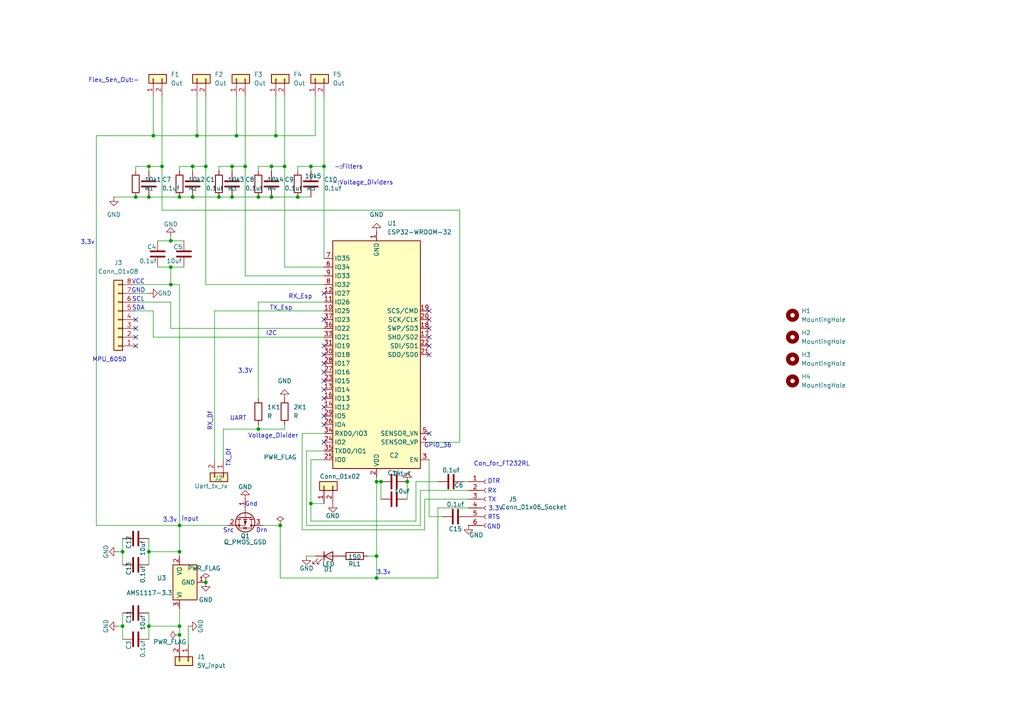
<source format=kicad_sch>
(kicad_sch (version 20250114) (generator "eeschema") (generator_version "9.0")
  (paper "A4")
  (lib_symbols
    (symbol "Connector:Conn_01x06_Socket" (pin_names (offset 1.016) (hide yes))
      (property "Reference" "J" (at 0 7.62 0))
      (property "Value" "Conn_01x06_Socket" (at 0 -10.16 0))
      (symbol "Conn_01x06_Socket_1_1"
        (polyline (pts (xy -1.27 5.08) (xy -0.508 5.08)) (stroke (width 0.1524)))
        (polyline (pts (xy -1.27 2.54) (xy -0.508 2.54)) (stroke (width 0.1524)))
        (polyline (pts (xy -1.27 0) (xy -0.508 0)) (stroke (width 0.1524)))
        (polyline (pts (xy -1.27 -2.54) (xy -0.508 -2.54)) (stroke (width 0.1524)))
        (polyline (pts (xy -1.27 -5.08) (xy -0.508 -5.08)) (stroke (width 0.1524)))
        (polyline (pts (xy -1.27 -7.62) (xy -0.508 -7.62)) (stroke (width 0.1524)))
        (arc (start 0 4.572) (mid -0.5058 5.08) (end 0 5.588) (stroke (width 0.1524)))
        (arc (start 0 2.032) (mid -0.5058 2.54) (end 0 3.048) (stroke (width 0.1524)))
        (arc (start 0 -0.508) (mid -0.5058 0) (end 0 0.508) (stroke (width 0.1524)))
        (arc (start 0 -3.048) (mid -0.5058 -2.54) (end 0 -2.032) (stroke (width 0.1524)))
        (arc (start 0 -5.588) (mid -0.5058 -5.08) (end 0 -4.572) (stroke (width 0.1524)))
        (arc (start 0 -8.128) (mid -0.5058 -7.62) (end 0 -7.112) (stroke (width 0.1524)))
        (pin passive line (at -5.08 5.08 0) (length 3.81) (name "Pin_1") (number "1"))
        (pin passive line (at -5.08 2.54 0) (length 3.81) (name "Pin_2") (number "2"))
        (pin passive line (at -5.08 0 0) (length 3.81) (name "Pin_3") (number "3"))
        (pin passive line (at -5.08 -2.54 0) (length 3.81) (name "Pin_4") (number "4"))
        (pin passive line (at -5.08 -5.08 0) (length 3.81) (name "Pin_5") (number "5"))
        (pin passive line (at -5.08 -7.62 0) (length 3.81) (name "Pin_6") (number "6"))
      )
    )
    (symbol "Connector_Generic:Conn_01x02" (pin_names (offset 1.016) (hide yes))
      (property "Reference" "J" (at 0 2.54 0))
      (property "Value" "Conn_01x02" (at 0 -5.08 0))
      (symbol "Conn_01x02_1_1"
        (rectangle (start -1.27 1.27) (end 1.27 -3.81) (stroke (width 0.254)) (fill (type background)))
        (rectangle (start -1.27 0.127) (end 0 -0.127) (stroke (width 0.1524)))
        (rectangle (start -1.27 -2.413) (end 0 -2.667) (stroke (width 0.1524)))
        (pin passive line (at -5.08 0 0) (length 3.81) (name "Pin_1") (number "1"))
        (pin passive line (at -5.08 -2.54 0) (length 3.81) (name "Pin_2") (number "2"))
      )
    )
    (symbol "Connector_Generic:Conn_01x08" (pin_names (offset 1.016) (hide yes))
      (property "Reference" "J" (at 0 10.16 0))
      (property "Value" "Conn_01x08" (at 0 -12.7 0))
      (symbol "Conn_01x08_1_1"
        (rectangle (start -1.27 8.89) (end 1.27 -11.43) (stroke (width 0.254)) (fill (type background)))
        (rectangle (start -1.27 7.747) (end 0 7.493) (stroke (width 0.1524)))
        (rectangle (start -1.27 5.207) (end 0 4.953) (stroke (width 0.1524)))
        (rectangle (start -1.27 2.667) (end 0 2.413) (stroke (width 0.1524)))
        (rectangle (start -1.27 0.127) (end 0 -0.127) (stroke (width 0.1524)))
        (rectangle (start -1.27 -2.413) (end 0 -2.667) (stroke (width 0.1524)))
        (rectangle (start -1.27 -4.953) (end 0 -5.207) (stroke (width 0.1524)))
        (rectangle (start -1.27 -7.493) (end 0 -7.747) (stroke (width 0.1524)))
        (rectangle (start -1.27 -10.033) (end 0 -10.287) (stroke (width 0.1524)))
        (pin passive line (at -5.08 7.62 0) (length 3.81) (name "Pin_1") (number "1"))
        (pin passive line (at -5.08 5.08 0) (length 3.81) (name "Pin_2") (number "2"))
        (pin passive line (at -5.08 2.54 0) (length 3.81) (name "Pin_3") (number "3"))
        (pin passive line (at -5.08 0 0) (length 3.81) (name "Pin_4") (number "4"))
        (pin passive line (at -5.08 -2.54 0) (length 3.81) (name "Pin_5") (number "5"))
        (pin passive line (at -5.08 -5.08 0) (length 3.81) (name "Pin_6") (number "6"))
        (pin passive line (at -5.08 -7.62 0) (length 3.81) (name "Pin_7") (number "7"))
        (pin passive line (at -5.08 -10.16 0) (length 3.81) (name "Pin_8") (number "8"))
      )
    )
    (symbol "Device:C" (pin_numbers (hide yes)) (pin_names (offset 0.254))
      (property "Reference" "C" (at 0.635 2.54 0))
      (property "Value" "C" (at 0.635 -2.54 0))
      (symbol "C_0_1"
        (polyline (pts (xy -2.032 0.762) (xy 2.032 0.762)) (stroke (width 0.508)))
        (polyline (pts (xy -2.032 -0.762) (xy 2.032 -0.762)) (stroke (width 0.508)))
      )
      (symbol "C_1_1"
        (pin passive line (at 0 3.81 270) (length 2.794) (name "~") (number "1"))
        (pin passive line (at 0 -3.81 90) (length 2.794) (name "~") (number "2"))
      )
    )
    (symbol "Device:LED" (pin_numbers (hide yes)) (pin_names (offset 1.016) (hide yes))
      (property "Reference" "D" (at 0 2.54 0))
      (property "Value" "LED" (at 0 -2.54 0))
      (symbol "LED_0_1"
        (polyline (pts (xy -3.048 -0.762) (xy -4.572 -2.286) (xy -3.81 -2.286) (xy -4.572 -2.286) (xy -4.572 -1.524)))
        (polyline (pts (xy -1.778 -0.762) (xy -3.302 -2.286) (xy -2.54 -2.286) (xy -3.302 -2.286) (xy -3.302 -1.524)))
        (polyline (pts (xy -1.27 0) (xy 1.27 0)))
        (polyline (pts (xy -1.27 -1.27) (xy -1.27 1.27)) (stroke (width 0.254)))
        (polyline (pts (xy 1.27 -1.27) (xy 1.27 1.27) (xy -1.27 0) (xy 1.27 -1.27)) (stroke (width 0.254)))
      )
      (symbol "LED_1_1"
        (pin passive line (at -3.81 0 0) (length 2.54) (name "K") (number "1"))
        (pin passive line (at 3.81 0 180) (length 2.54) (name "A") (number "2"))
      )
    )
    (symbol "Device:R" (pin_numbers (hide yes)) (pin_names (offset 0))
      (property "Reference" "R" (at 2.032 0 90))
      (property "Value" "R" (at 0 0 90))
      (symbol "R_0_1"
        (rectangle (start -1.016 -2.54) (end 1.016 2.54) (stroke (width 0.254)))
      )
      (symbol "R_1_1"
        (pin passive line (at 0 3.81 270) (length 1.27) (name "~") (number "1"))
        (pin passive line (at 0 -3.81 90) (length 1.27) (name "~") (number "2"))
      )
    )
    (symbol "Mechanical:MountingHole" (pin_names (offset 1.016)) (in_bom no)
      (property "Reference" "H" (at 0 5.08 0))
      (property "Value" "MountingHole" (at 0 3.175 0))
      (symbol "MountingHole_0_1"
        (circle (center 0 0) (radius 1.27) (stroke (width 1.27)))
      )
    )
    (symbol "RF_Module:ESP32-WROOM-32"
      (property "Reference" "U" (at -12.7 34.29 0))
      (property "Value" "ESP32-WROOM-32" (at 1.27 34.29 0))
      (symbol "ESP32-WROOM-32_0_1"
        (rectangle (start -12.7 33.02) (end 12.7 -33.02) (stroke (width 0.254)) (fill (type background)))
      )
      (symbol "ESP32-WROOM-32_1_1"
        (pin input line (at -15.24 30.48 0) (length 2.54) (name "EN") (number "3"))
        (pin input line (at -15.24 25.4 0) (length 2.54) (name "SENSOR_VP") (number "4"))
        (pin input line (at -15.24 22.86 0) (length 2.54) (name "SENSOR_VN") (number "5"))
        (pin bidirectional line (at -15.24 0 0) (length 2.54) (name "SDO/SD0") (number "21"))
        (pin bidirectional line (at -15.24 -2.54 0) (length 2.54) (name "SDI/SD1") (number "22"))
        (pin bidirectional line (at -15.24 -5.08 0) (length 2.54) (name "SHD/SD2") (number "17"))
        (pin bidirectional line (at -15.24 -7.62 0) (length 2.54) (name "SWP/SD3") (number "18"))
        (pin bidirectional line (at -15.24 -10.16 0) (length 2.54) (name "SCK/CLK") (number "20"))
        (pin bidirectional line (at -15.24 -12.7 0) (length 2.54) (name "SCS/CMD") (number "19"))
        (pin no_connect line (at -12.7 -27.94 0) (length 2.54) (hide yes) (name "NC") (number "32"))
        (pin power_in line (at 0 35.56 270) (length 2.54) (name "VDD") (number "2"))
        (pin power_in line (at 0 -35.56 90) (length 2.54) (name "GND") (number "1"))
        (pin passive line (at 0 -35.56 90) (length 2.54) (hide yes) (name "GND") (number "15"))
        (pin passive line (at 0 -35.56 90) (length 2.54) (hide yes) (name "GND") (number "38"))
        (pin passive line (at 0 -35.56 90) (length 2.54) (hide yes) (name "GND") (number "39"))
        (pin bidirectional line (at 15.24 30.48 180) (length 2.54) (name "IO0") (number "25"))
        (pin bidirectional line (at 15.24 27.94 180) (length 2.54) (name "TXD0/IO1") (number "35"))
        (pin bidirectional line (at 15.24 25.4 180) (length 2.54) (name "IO2") (number "24"))
        (pin bidirectional line (at 15.24 22.86 180) (length 2.54) (name "RXD0/IO3") (number "34"))
        (pin bidirectional line (at 15.24 20.32 180) (length 2.54) (name "IO4") (number "26"))
        (pin bidirectional line (at 15.24 17.78 180) (length 2.54) (name "IO5") (number "29"))
        (pin bidirectional line (at 15.24 15.24 180) (length 2.54) (name "IO12") (number "14"))
        (pin bidirectional line (at 15.24 12.7 180) (length 2.54) (name "IO13") (number "16"))
        (pin bidirectional line (at 15.24 10.16 180) (length 2.54) (name "IO14") (number "13"))
        (pin bidirectional line (at 15.24 7.62 180) (length 2.54) (name "IO15") (number "23"))
        (pin bidirectional line (at 15.24 5.08 180) (length 2.54) (name "IO16") (number "27"))
        (pin bidirectional line (at 15.24 2.54 180) (length 2.54) (name "IO17") (number "28"))
        (pin bidirectional line (at 15.24 0 180) (length 2.54) (name "IO18") (number "30"))
        (pin bidirectional line (at 15.24 -2.54 180) (length 2.54) (name "IO19") (number "31"))
        (pin bidirectional line (at 15.24 -5.08 180) (length 2.54) (name "IO21") (number "33"))
        (pin bidirectional line (at 15.24 -7.62 180) (length 2.54) (name "IO22") (number "36"))
        (pin bidirectional line (at 15.24 -10.16 180) (length 2.54) (name "IO23") (number "37"))
        (pin bidirectional line (at 15.24 -12.7 180) (length 2.54) (name "IO25") (number "10"))
        (pin bidirectional line (at 15.24 -15.24 180) (length 2.54) (name "IO26") (number "11"))
        (pin bidirectional line (at 15.24 -17.78 180) (length 2.54) (name "IO27") (number "12"))
        (pin bidirectional line (at 15.24 -20.32 180) (length 2.54) (name "IO32") (number "8"))
        (pin bidirectional line (at 15.24 -22.86 180) (length 2.54) (name "IO33") (number "9"))
        (pin input line (at 15.24 -25.4 180) (length 2.54) (name "IO34") (number "6"))
        (pin input line (at 15.24 -27.94 180) (length 2.54) (name "IO35") (number "7"))
      )
    )
    (symbol "Regulator_Linear:AMS1117-3.3"
      (property "Reference" "U" (at -3.81 3.175 0))
      (property "Value" "AMS1117-3.3" (at 0 3.175 0))
      (symbol "AMS1117-3.3_0_1"
        (rectangle (start -5.08 -5.08) (end 5.08 1.905) (stroke (width 0.254)) (fill (type background)))
      )
      (symbol "AMS1117-3.3_1_1"
        (pin power_in line (at -7.62 0 0) (length 2.54) (name "VI") (number "3"))
        (pin power_in line (at 0 -7.62 90) (length 2.54) (name "GND") (number "1"))
        (pin power_out line (at 7.62 0 180) (length 2.54) (name "VO") (number "2"))
      )
    )
    (symbol "Transistor_FET:Q_PMOS_GSD" (pin_names (offset 0) (hide yes))
      (property "Reference" "Q" (at 5.08 1.905 0))
      (property "Value" "Q_PMOS_GSD" (at 5.08 0 0))
      (symbol "Q_PMOS_GSD_0_1"
        (polyline (pts (xy 0.254 1.905) (xy 0.254 -1.905)) (stroke (width 0.254)))
        (polyline (pts (xy 0.254 0) (xy -2.54 0)))
        (polyline (pts (xy 0.762 2.286) (xy 0.762 1.27)) (stroke (width 0.254)))
        (polyline (pts (xy 0.762 1.778) (xy 3.302 1.778) (xy 3.302 -1.778) (xy 0.762 -1.778)))
        (polyline (pts (xy 0.762 0.508) (xy 0.762 -0.508)) (stroke (width 0.254)))
        (polyline (pts (xy 0.762 -1.27) (xy 0.762 -2.286)) (stroke (width 0.254)))
        (circle (center 1.651 0) (radius 2.794) (stroke (width 0.254)))
        (polyline (pts (xy 2.286 0) (xy 1.27 0.381) (xy 1.27 -0.381) (xy 2.286 0)) (fill (type outline)))
        (polyline (pts (xy 2.54 2.54) (xy 2.54 1.778)))
        (circle (center 2.54 1.778) (radius 0.254) (fill (type outline)))
        (circle (center 2.54 -1.778) (radius 0.254) (fill (type outline)))
        (polyline (pts (xy 2.54 -2.54) (xy 2.54 0) (xy 0.762 0)))
        (polyline (pts (xy 2.921 -0.381) (xy 3.683 -0.381)))
        (polyline (pts (xy 3.302 -0.381) (xy 2.921 0.254) (xy 3.683 0.254) (xy 3.302 -0.381)))
      )
      (symbol "Q_PMOS_GSD_1_1"
        (pin input line (at -5.08 0 0) (length 2.54) (name "G") (number "1"))
        (pin passive line (at 2.54 5.08 270) (length 2.54) (name "D") (number "3"))
        (pin passive line (at 2.54 -5.08 90) (length 2.54) (name "S") (number "2"))
      )
    )
    (symbol "power:GND" (power) (pin_numbers (hide yes)) (pin_names (offset 0) (hide yes))
      (property "Value" "GND" (at 0 -3.81 0))
      (symbol "GND_0_1"
        (polyline (pts (xy 0 0) (xy 0 -1.27) (xy 1.27 -1.27) (xy 0 -2.54) (xy -1.27 -1.27) (xy 0 -1.27)))
      )
      (symbol "GND_1_1"
        (pin power_in line (at 0 0 270) (length 0) (name "~") (number "1"))
      )
    )
    (symbol "power:PWR_FLAG" (power) (pin_numbers (hide yes)) (pin_names (offset 0) (hide yes))
      (property "Value" "PWR_FLAG" (at 0 3.81 0))
      (symbol "PWR_FLAG_0_0"
        (pin power_out line (at 0 0 90) (length 0) (name "~") (number "1"))
      )
      (symbol "PWR_FLAG_0_1"
        (polyline (pts (xy 0 0) (xy 0 1.27) (xy -1.016 1.905) (xy 0 2.54) (xy 1.016 1.905) (xy 0 1.27)))
      )
    )
  )
  (text "I2C" (at 78.74 96.774 0) (effects (font (size 1.27 1.27))))
  (text "GND" (at 143.256 152.908 0) (effects (font (size 1.27 1.27))))
  (text "GND" (at 40.132 84.328 0) (effects (font (size 1.27 1.27))))
  (text "RX_Df" (at 60.96 122.174 90) (effects (font (size 1.27 1.27))))
  (text "SDA" (at 40.132 89.408 0) (effects (font (size 1.27 1.27))))
  (text "TX_Df" (at 66.294 132.842 90) (effects (font (size 1.27 1.27))))
  (text "Voltage_Divider" (at 79.248 126.492 0) (effects (font (size 1.27 1.27))))
  (text "3.3v" (at 49.276 150.876 0) (effects (font (size 1.27 1.27))))
  (text "-:Filters" (at 101.092 48.514 0) (effects (font (size 1.27 1.27))))
  (text "3.3v" (at 111.252 166.116 0) (effects (font (size 1.27 1.27))))
  (text "input" (at 55.118 150.622 0) (effects (font (size 1.27 1.27))))
  (text "Gnd" (at 72.898 146.304 0) (effects (font (size 1.27 1.27))))
  (text "RTS" (at 143.256 150.114 0) (effects (font (size 1.27 1.27))))
  (text "TX_Esp" (at 81.534 89.408 0) (effects (font (size 1.27 1.27))))
  (text "-:Voltage_Dividers" (at 105.156 53.086 0) (effects (font (size 1.27 1.27))))
  (text "TX" (at 142.748 145.034 0) (effects (font (size 1.27 1.27))))
  (text "Src" (at 66.294 153.924 0) (effects (font (size 1.27 1.27))))
  (text "3.3V" (at 143.764 147.574 0) (effects (font (size 1.27 1.27))))
  (text "MPU_6050" (at 31.75 104.394 0) (effects (font (size 1.27 1.27))))
  (text "DTR" (at 143.256 139.7 0) (effects (font (size 1.27 1.27))))
  (text "RX_Esp" (at 87.122 86.106 0) (effects (font (size 1.27 1.27))))
  (text "GPIO_36" (at 127 129.286 0) (effects (font (size 1.27 1.27))))
  (text "Flex_Sen_Out:-" (at 33.02 23.368 0) (effects (font (size 1.27 1.27))))
  (text "3.3V\n" (at 71.12 107.696 0) (effects (font (size 1.27 1.27))))
  (text "SCL" (at 40.132 86.868 0) (effects (font (size 1.27 1.27))))
  (text "UART" (at 69.088 121.412 0) (effects (font (size 1.27 1.27))))
  (text "VCC" (at 40.132 81.788 0) (effects (font (size 1.27 1.27))))
  (text "3.3v" (at 25.4 70.358 0) (effects (font (size 1.27 1.27))))
  (text "Con_for_FT232RL" (at 145.542 134.62 0) (effects (font (size 1.27 1.27))))
  (text "RX" (at 142.748 142.494 0) (effects (font (size 1.27 1.27))))
  (text "Drn" (at 75.946 153.924 0) (effects (font (size 1.27 1.27))))
  (junction (at 49.53 82.55))
  (junction (at 59.69 168.91))
  (junction (at 52.07 184.15))
  (junction (at 78.74 48.26))
  (junction (at 110.49 139.7))
  (junction (at 90.17 146.05))
  (junction (at 49.53 77.47))
  (junction (at 55.88 57.15))
  (junction (at 52.07 152.4))
  (junction (at 59.69 48.26))
  (junction (at 93.98 48.26))
  (junction (at 44.45 39.37))
  (junction (at 109.22 161.29))
  (junction (at 74.93 57.15))
  (junction (at 43.18 160.02))
  (junction (at 118.11 139.7))
  (junction (at 43.18 48.26))
  (junction (at 74.93 124.46))
  (junction (at 81.28 152.4))
  (junction (at 80.01 39.37))
  (junction (at 109.22 139.7))
  (junction (at 52.07 57.15))
  (junction (at 52.07 181.61))
  (junction (at 39.37 57.15))
  (junction (at 78.74 57.15))
  (junction (at 109.22 167.64))
  (junction (at 57.15 39.37))
  (junction (at 71.12 48.26))
  (junction (at 55.88 48.26))
  (junction (at 68.58 39.37))
  (junction (at 52.07 160.02))
  (junction (at 49.53 69.85))
  (junction (at 43.18 57.15))
  (junction (at 43.18 181.61))
  (junction (at 35.56 181.61))
  (junction (at 63.5 57.15))
  (junction (at 86.36 57.15))
  (junction (at 35.56 160.02))
  (junction (at 46.99 48.26))
  (junction (at 67.31 57.15))
  (junction (at 67.31 48.26))
  (junction (at 82.55 48.26))
  (junction (at 90.17 48.26))
  (no_connect (at 93.98 120.65))
  (no_connect (at 124.46 95.25))
  (no_connect (at 93.98 110.49))
  (no_connect (at 39.37 100.33))
  (no_connect (at 93.98 107.95))
  (no_connect (at 124.46 97.79))
  (no_connect (at 93.98 102.87))
  (no_connect (at 124.46 100.33))
  (no_connect (at 124.46 102.87))
  (no_connect (at 124.46 125.73))
  (no_connect (at 93.98 115.57))
  (no_connect (at 39.37 92.71))
  (no_connect (at 93.98 128.27))
  (no_connect (at 124.46 92.71))
  (no_connect (at 93.98 85.09))
  (no_connect (at 93.98 118.11))
  (no_connect (at 93.98 105.41))
  (no_connect (at 124.46 90.17))
  (no_connect (at 93.98 92.71))
  (no_connect (at 39.37 95.25))
  (no_connect (at 93.98 100.33))
  (no_connect (at 93.98 123.19))
  (no_connect (at 93.98 113.03))
  (no_connect (at 39.37 97.79))
  (wire (pts (xy 59.69 27.94) (xy 59.69 48.26)))
  (wire (pts (xy 49.53 82.55) (xy 52.07 82.55)))
  (wire (pts (xy 43.18 156.21) (xy 43.18 160.02)))
  (wire (pts (xy 110.49 139.7) (xy 109.22 139.7)))
  (wire (pts (xy 120.65 151.13) (xy 90.17 151.13)))
  (wire (pts (xy 49.53 77.47) (xy 49.53 82.55)))
  (wire (pts (xy 109.22 161.29) (xy 109.22 167.64)))
  (wire (pts (xy 44.45 90.17) (xy 44.45 97.79)))
  (wire (pts (xy 52.07 184.15) (xy 52.07 186.69)))
  (wire (pts (xy 39.37 57.15) (xy 43.18 57.15)))
  (wire (pts (xy 27.94 39.37) (xy 44.45 39.37)))
  (wire (pts (xy 59.69 48.26) (xy 59.69 82.55)))
  (wire (pts (xy 33.02 57.15) (xy 39.37 57.15)))
  (wire (pts (xy 71.12 80.01) (xy 93.98 80.01)))
  (wire (pts (xy 87.63 125.73) (xy 87.63 153.67)))
  (wire (pts (xy 78.74 48.26) (xy 82.55 48.26)))
  (wire (pts (xy 82.55 77.47) (xy 93.98 77.47)))
  (wire (pts (xy 63.5 57.15) (xy 67.31 57.15)))
  (wire (pts (xy 52.07 152.4) (xy 66.04 152.4)))
  (wire (pts (xy 118.11 139.7) (xy 118.11 144.78)))
  (wire (pts (xy 46.99 48.26) (xy 46.99 60.96)))
  (wire (pts (xy 123.19 144.78) (xy 123.19 153.67)))
  (wire (pts (xy 127 167.64) (xy 109.22 167.64)))
  (wire (pts (xy 90.17 146.05) (xy 93.98 146.05)))
  (wire (pts (xy 43.18 160.02) (xy 52.07 160.02)))
  (wire (pts (xy 135.89 142.24) (xy 121.92 142.24)))
  (wire (pts (xy 43.18 177.8) (xy 43.18 181.61)))
  (wire (pts (xy 133.35 60.96) (xy 133.35 128.27)))
  (wire (pts (xy 43.18 48.26) (xy 43.18 49.53)))
  (wire (pts (xy 91.44 27.94) (xy 91.44 39.37)))
  (wire (pts (xy 82.55 48.26) (xy 82.55 77.47)))
  (wire (pts (xy 39.37 48.26) (xy 39.37 49.53)))
  (wire (pts (xy 27.94 39.37) (xy 27.94 152.4)))
  (wire (pts (xy 67.31 48.26) (xy 71.12 48.26)))
  (wire (pts (xy 46.99 27.94) (xy 46.99 48.26)))
  (wire (pts (xy 74.93 124.46) (xy 74.93 123.19)))
  (wire (pts (xy 121.92 142.24) (xy 121.92 152.4)))
  (wire (pts (xy 90.17 151.13) (xy 90.17 146.05)))
  (wire (pts (xy 74.93 57.15) (xy 78.74 57.15)))
  (wire (pts (xy 133.35 128.27) (xy 124.46 128.27)))
  (wire (pts (xy 81.28 167.64) (xy 81.28 152.4)))
  (wire (pts (xy 35.56 160.02) (xy 35.56 156.21)))
  (wire (pts (xy 52.07 48.26) (xy 52.07 49.53)))
  (wire (pts (xy 45.72 69.85) (xy 49.53 69.85)))
  (wire (pts (xy 88.9 152.4) (xy 121.92 152.4)))
  (wire (pts (xy 64.77 124.46) (xy 64.77 133.35)))
  (wire (pts (xy 123.19 144.78) (xy 135.89 144.78)))
  (wire (pts (xy 43.18 181.61) (xy 43.18 185.42)))
  (wire (pts (xy 49.53 95.25) (xy 93.98 95.25)))
  (wire (pts (xy 76.2 152.4) (xy 81.28 152.4)))
  (wire (pts (xy 27.94 152.4) (xy 52.07 152.4)))
  (wire (pts (xy 64.77 124.46) (xy 74.93 124.46)))
  (wire (pts (xy 67.31 57.15) (xy 74.93 57.15)))
  (wire (pts (xy 93.98 125.73) (xy 87.63 125.73)))
  (wire (pts (xy 74.93 48.26) (xy 78.74 48.26)))
  (wire (pts (xy 63.5 48.26) (xy 67.31 48.26)))
  (wire (pts (xy 59.69 82.55) (xy 93.98 82.55)))
  (wire (pts (xy 74.93 87.63) (xy 93.98 87.63)))
  (wire (pts (xy 74.93 48.26) (xy 74.93 49.53)))
  (wire (pts (xy 63.5 48.26) (xy 63.5 49.53)))
  (wire (pts (xy 127 147.32) (xy 127 167.64)))
  (wire (pts (xy 43.18 57.15) (xy 52.07 57.15)))
  (wire (pts (xy 68.58 27.94) (xy 68.58 39.37)))
  (wire (pts (xy 86.36 48.26) (xy 90.17 48.26)))
  (wire (pts (xy 88.9 130.81) (xy 88.9 152.4)))
  (wire (pts (xy 120.65 139.7) (xy 120.65 151.13)))
  (wire (pts (xy 86.36 48.26) (xy 86.36 49.53)))
  (wire (pts (xy 55.88 48.26) (xy 59.69 48.26)))
  (wire (pts (xy 93.98 90.17) (xy 62.23 90.17)))
  (wire (pts (xy 43.18 48.26) (xy 46.99 48.26)))
  (wire (pts (xy 39.37 48.26) (xy 43.18 48.26)))
  (wire (pts (xy 44.45 39.37) (xy 57.15 39.37)))
  (wire (pts (xy 90.17 133.35) (xy 93.98 133.35)))
  (wire (pts (xy 124.46 133.35) (xy 124.46 149.86)))
  (wire (pts (xy 88.9 130.81) (xy 93.98 130.81)))
  (wire (pts (xy 82.55 124.46) (xy 82.55 123.19)))
  (wire (pts (xy 90.17 48.26) (xy 90.17 49.53)))
  (wire (pts (xy 80.01 27.94) (xy 80.01 39.37)))
  (wire (pts (xy 78.74 57.15) (xy 86.36 57.15)))
  (wire (pts (xy 55.88 57.15) (xy 63.5 57.15)))
  (wire (pts (xy 74.93 124.46) (xy 82.55 124.46)))
  (wire (pts (xy 120.65 139.7) (xy 127 139.7)))
  (wire (pts (xy 86.36 57.15) (xy 90.17 57.15)))
  (wire (pts (xy 90.17 48.26) (xy 93.98 48.26)))
  (wire (pts (xy 45.72 77.47) (xy 49.53 77.47)))
  (wire (pts (xy 109.22 139.7) (xy 109.22 161.29)))
  (wire (pts (xy 82.55 27.94) (xy 82.55 48.26)))
  (wire (pts (xy 57.15 27.94) (xy 57.15 39.37)))
  (wire (pts (xy 52.07 181.61) (xy 52.07 184.15)))
  (wire (pts (xy 35.56 181.61) (xy 35.56 177.8)))
  (wire (pts (xy 93.98 27.94) (xy 93.98 48.26)))
  (wire (pts (xy 35.56 163.83) (xy 35.56 160.02)))
  (wire (pts (xy 87.63 153.67) (xy 123.19 153.67)))
  (wire (pts (xy 78.74 48.26) (xy 78.74 49.53)))
  (wire (pts (xy 49.53 87.63) (xy 49.53 95.25)))
  (wire (pts (xy 34.29 181.61) (xy 35.56 181.61)))
  (wire (pts (xy 54.61 181.61) (xy 54.61 186.69)))
  (wire (pts (xy 49.53 69.85) (xy 53.34 69.85)))
  (wire (pts (xy 39.37 90.17) (xy 44.45 90.17)))
  (wire (pts (xy 49.53 77.47) (xy 53.34 77.47)))
  (wire (pts (xy 109.22 138.43) (xy 109.22 139.7)))
  (wire (pts (xy 52.07 82.55) (xy 52.07 152.4)))
  (wire (pts (xy 110.49 139.7) (xy 110.49 144.78)))
  (wire (pts (xy 93.98 48.26) (xy 93.98 74.93)))
  (wire (pts (xy 52.07 48.26) (xy 55.88 48.26)))
  (wire (pts (xy 44.45 27.94) (xy 44.45 39.37)))
  (wire (pts (xy 68.58 39.37) (xy 80.01 39.37)))
  (wire (pts (xy 52.07 57.15) (xy 55.88 57.15)))
  (wire (pts (xy 90.17 146.05) (xy 90.17 133.35)))
  (wire (pts (xy 52.07 152.4) (xy 52.07 160.02)))
  (wire (pts (xy 52.07 176.53) (xy 52.07 181.61)))
  (wire (pts (xy 55.88 48.26) (xy 55.88 49.53)))
  (wire (pts (xy 124.46 149.86) (xy 128.27 149.86)))
  (wire (pts (xy 67.31 48.26) (xy 67.31 49.53)))
  (wire (pts (xy 34.29 160.02) (xy 35.56 160.02)))
  (wire (pts (xy 80.01 39.37) (xy 91.44 39.37)))
  (wire (pts (xy 44.45 97.79) (xy 93.98 97.79)))
  (wire (pts (xy 49.53 68.58) (xy 49.53 69.85)))
  (wire (pts (xy 52.07 160.02) (xy 52.07 161.29)))
  (wire (pts (xy 88.9 161.29) (xy 91.44 161.29)))
  (wire (pts (xy 135.89 147.32) (xy 127 147.32)))
  (wire (pts (xy 71.12 27.94) (xy 71.12 48.26)))
  (wire (pts (xy 57.15 39.37) (xy 68.58 39.37)))
  (wire (pts (xy 62.23 90.17) (xy 62.23 133.35)))
  (wire (pts (xy 39.37 87.63) (xy 49.53 87.63)))
  (wire (pts (xy 74.93 87.63) (xy 74.93 115.57)))
  (wire (pts (xy 43.18 160.02) (xy 43.18 163.83)))
  (wire (pts (xy 35.56 185.42) (xy 35.56 181.61)))
  (wire (pts (xy 71.12 48.26) (xy 71.12 80.01)))
  (wire (pts (xy 81.28 167.64) (xy 109.22 167.64)))
  (wire (pts (xy 39.37 82.55) (xy 49.53 82.55)))
  (wire (pts (xy 134.62 139.7) (xy 135.89 139.7)))
  (wire (pts (xy 39.37 85.09) (xy 43.18 85.09)))
  (wire (pts (xy 46.99 60.96) (xy 133.35 60.96)))
  (wire (pts (xy 106.68 161.29) (xy 109.22 161.29)))
  (wire (pts (xy 43.18 181.61) (xy 52.07 181.61)))
  (symbol (lib_id "Transistor_FET:Q_PMOS_GSD") (at 71.12 149.86 270) (unit 1)
    (property "Reference" "Q1" (at 71.12 155.448 90))
    (property "Value" "Q_PMOS_GSD" (at 71.12 157.226 90))
    (property "Footprint" "Package_TO_SOT_SMD:SOT-23_Handsoldering" (effects (hide yes)))
    (property "Description" "P-MOSFET transistor, gate/source/drain" (effects (hide yes)))
  )
  (symbol (lib_id "Device:R") (at 39.37 53.34 0) (unit 1)
    (property "Reference" "10k1" (at 41.91 52.0699 0) (effects (justify left)))
    (property "Value" "R1" (at 41.91 54.6099 0) (effects (justify left)))
    (property "Footprint" "Resistor_SMD:R_0805_2012Metric" (effects (hide yes)))
    (property "Description" "Resistor" (effects (hide yes)))
  )
  (symbol (lib_id "Mechanical:MountingHole") (at 229.87 110.49 0) (unit 1) (in_bom no)
    (property "Reference" "H4" (at 232.41 109.2199 0) (effects (justify left)))
    (property "Value" "MountingHole" (at 232.41 111.7599 0) (effects (justify left)))
    (property "Footprint" "MountingHole:MountingHole_3.2mm_M3" (effects (hide yes)))
    (property "Description" "Mounting Hole without connection" (effects (hide yes)))
  )
  (symbol (lib_id "Mechanical:MountingHole") (at 229.87 104.14 0) (unit 1) (in_bom no)
    (property "Reference" "H3" (at 232.41 102.8699 0) (effects (justify left)))
    (property "Value" "MountingHole" (at 232.41 105.4099 0) (effects (justify left)))
    (property "Footprint" "MountingHole:MountingHole_3.2mm_M3" (effects (hide yes)))
    (property "Description" "Mounting Hole without connection" (effects (hide yes)))
  )
  (symbol (lib_id "Connector_Generic:Conn_01x02") (at 91.44 22.86 90) (unit 1)
    (property "Reference" "F5" (at 96.52 21.5899 90) (effects (justify right)))
    (property "Value" "Out" (at 96.52 24.1299 90) (effects (justify right)))
    (property "Footprint" "Connector_JST:JST_XH_B2B-XH-A_1x02_P2.50mm_Vertical" (effects (hide yes)))
    (property "Description" "Generic connector, single row, 01x02, script generated (kicad-library-utils/schlib/autogen/connector/)" (effects (hide yes)))
  )
  (symbol (lib_id "Connector_Generic:Conn_01x02") (at 64.77 138.43 270) (unit 1)
    (property "Reference" "J2" (at 62.23 138.684 90) (effects (justify left)))
    (property "Value" "Uart_tx_rx" (at 56.388 140.97 90) (effects (justify left)))
    (property "Footprint" "Connector_JST:JST_XH_B2B-XH-A_1x02_P2.50mm_Vertical" (effects (hide yes)))
    (property "Description" "Generic connector, single row, 01x02, script generated (kicad-library-utils/schlib/autogen/connector/)" (effects (hide yes)))
  )
  (symbol (lib_id "Device:C") (at 67.31 53.34 0) (unit 1)
    (property "Reference" "C8" (at 71.12 52.0699 0) (effects (justify left)))
    (property "Value" "0.1uf" (at 71.12 54.6099 0) (effects (justify left)))
    (property "Footprint" "Capacitor_SMD:C_0805_2012Metric" (effects (hide yes)))
    (property "Description" "Unpolarized capacitor" (effects (hide yes)))
  )
  (symbol (lib_id "Device:C") (at 114.3 144.78 90) (unit 1)
    (property "Reference" "C14" (at 114.3 137.16 90))
    (property "Value" "10uf" (at 116.586 142.494 90))
    (property "Footprint" "Capacitor_SMD:C_0805_2012Metric" (effects (hide yes)))
    (property "Description" "Unpolarized capacitor" (effects (hide yes)))
  )
  (symbol (lib_id "power:GND") (at 33.02 57.15 0) (unit 1)
    (property "Reference" "#PWR06" (effects (hide yes)))
    (property "Value" "GND" (at 33.02 62.23 0))
    (property "Description" "Power symbol creates a global label with name \"GND\" , ground" (effects (hide yes)))
  )
  (symbol (lib_id "Device:R") (at 74.93 53.34 0) (unit 1)
    (property "Reference" "10k4" (at 77.47 52.0699 0) (effects (justify left)))
    (property "Value" "R4" (at 77.47 54.6099 0) (effects (justify left)))
    (property "Footprint" "Resistor_SMD:R_0805_2012Metric" (effects (hide yes)))
    (property "Description" "Resistor" (effects (hide yes)))
  )
  (symbol (lib_id "Device:C") (at 39.37 156.21 90) (unit 1)
    (property "Reference" "C12" (at 37.338 159.258 0) (effects (justify left)))
    (property "Value" "10uf" (at 41.402 161.29 0) (effects (justify left)))
    (property "Footprint" "Capacitor_SMD:C_0805_2012Metric" (effects (hide yes)))
    (property "Description" "Unpolarized capacitor" (effects (hide yes)))
  )
  (symbol (lib_id "Device:C") (at 78.74 53.34 0) (unit 1)
    (property "Reference" "C9" (at 82.55 52.0699 0) (effects (justify left)))
    (property "Value" "0.1uf" (at 82.55 54.6099 0) (effects (justify left)))
    (property "Footprint" "Capacitor_SMD:C_0805_2012Metric" (effects (hide yes)))
    (property "Description" "Unpolarized capacitor" (effects (hide yes)))
  )
  (symbol (lib_id "power:GND") (at 135.89 152.4 0) (unit 1)
    (property "Reference" "#PWR014" (effects (hide yes)))
    (property "Value" "GND" (at 140.208 155.194 0) (effects (justify right)))
    (property "Description" "Power symbol creates a global label with name \"GND\" , ground" (effects (hide yes)))
  )
  (symbol (lib_id "Device:C") (at 90.17 53.34 0) (unit 1)
    (property "Reference" "C10" (at 93.98 52.0699 0) (effects (justify left)))
    (property "Value" "0.1uf" (at 93.98 54.6099 0) (effects (justify left)))
    (property "Footprint" "Capacitor_SMD:C_0805_2012Metric" (effects (hide yes)))
    (property "Description" "Unpolarized capacitor" (effects (hide yes)))
  )
  (symbol (lib_id "Connector:Conn_01x06_Socket") (at 140.97 144.78 0) (unit 1)
    (property "Reference" "J5" (at 147.574 144.78 0) (effects (justify left)))
    (property "Value" "Conn_01x06_Socket" (at 145.288 147.066 0) (effects (justify left)))
    (property "Footprint" "Connector_PinSocket_2.54mm:PinSocket_1x06_P2.54mm_Horizontal" (effects (hide yes)))
    (property "Description" "Generic connector, single row, 01x06, script generated" (effects (hide yes)))
  )
  (symbol (lib_id "power:GND") (at 49.53 68.58 180) (unit 1)
    (property "Reference" "#PWR012" (effects (hide yes)))
    (property "Value" "GND" (at 49.53 65.024 0))
    (property "Description" "Power symbol creates a global label with name \"GND\" , ground" (effects (hide yes)))
  )
  (symbol (lib_id "Device:LED") (at 95.25 161.29 0) (unit 1)
    (property "Reference" "D1" (at 95.25 165.1 0))
    (property "Value" "LED" (at 95.25 163.576 0))
    (property "Footprint" "LED_SMD:LED_0805_2012Metric" (effects (hide yes)))
    (property "Description" "Light emitting diode" (effects (hide yes)))
    (property "Sim.Pins" "1=K 2=A" (effects (hide yes)))
  )
  (symbol (lib_id "Device:C") (at 132.08 149.86 90) (unit 1)
    (property "Reference" "C15" (at 132.08 153.416 90))
    (property "Value" "0.1uf" (at 132.08 146.304 90))
    (property "Footprint" "Capacitor_SMD:C_0805_2012Metric" (effects (hide yes)))
    (property "Description" "Unpolarized capacitor" (effects (hide yes)))
  )
  (symbol (lib_id "power:GND") (at 118.11 139.7 180) (unit 1)
    (property "Reference" "#PWR010" (effects (hide yes)))
    (property "Value" "GND" (effects (hide yes)))
    (property "Description" "Power symbol creates a global label with name \"GND\" , ground" (effects (hide yes)))
  )
  (symbol (lib_id "power:GND") (at 71.12 144.78 180) (unit 1)
    (property "Reference" "#PWR09" (effects (hide yes)))
    (property "Value" "GND" (at 71.12 141.224 0))
    (property "Description" "Power symbol creates a global label with name \"GND\" , ground" (effects (hide yes)))
  )
  (symbol (lib_id "Device:C") (at 39.37 163.83 90) (unit 1)
    (property "Reference" "C13" (at 37.338 166.878 0) (effects (justify left)))
    (property "Value" "0.1uf" (at 41.402 169.164 0) (effects (justify left)))
    (property "Footprint" "Capacitor_SMD:C_0805_2012Metric" (effects (hide yes)))
    (property "Description" "Unpolarized capacitor" (effects (hide yes)))
  )
  (symbol (lib_id "Device:C") (at 130.81 139.7 90) (unit 1)
    (property "Reference" "C6" (at 133.096 140.716 90))
    (property "Value" "0.1uf" (at 130.81 136.398 90))
    (property "Footprint" "Capacitor_SMD:C_0805_2012Metric" (effects (hide yes)))
    (property "Description" "Unpolarized capacitor" (effects (hide yes)))
  )
  (symbol (lib_id "power:PWR_FLAG") (at 59.69 168.91 0) (unit 1)
    (property "Reference" "#FLG01" (effects (hide yes)))
    (property "Value" "PWR_FLAG" (at 59.182 164.846 0))
    (property "Description" "Special symbol for telling ERC where power comes from" (effects (hide yes)))
  )
  (symbol (lib_id "power:PWR_FLAG") (at 81.28 152.4 0) (unit 1)
    (property "Reference" "#FLG03" (effects (hide yes)))
    (property "Value" "PWR_FLAG" (at 81.28 132.588 0))
    (property "Description" "Special symbol for telling ERC where power comes from" (effects (hide yes)))
  )
  (symbol (lib_id "power:GND") (at 59.69 168.91 0) (unit 1)
    (property "Reference" "#PWR01" (effects (hide yes)))
    (property "Value" "GND" (at 59.69 173.99 0))
    (property "Description" "Power symbol creates a global label with name \"GND\" , ground" (effects (hide yes)))
  )
  (symbol (lib_id "power:GND") (at 96.52 146.05 0) (unit 1)
    (property "Reference" "#PWR07" (effects (hide yes)))
    (property "Value" "GND" (at 96.52 149.606 0))
    (property "Description" "Power symbol creates a global label with name \"GND\" , ground" (effects (hide yes)))
  )
  (symbol (lib_id "Device:C") (at 53.34 73.66 0) (unit 1)
    (property "Reference" "C5" (at 50.292 71.628 0) (effects (justify left)))
    (property "Value" "10uf" (at 48.26 75.692 0) (effects (justify left)))
    (property "Footprint" "Capacitor_SMD:C_0805_2012Metric" (effects (hide yes)))
    (property "Description" "Unpolarized capacitor" (effects (hide yes)))
  )
  (symbol (lib_id "Device:R") (at 86.36 53.34 0) (unit 1)
    (property "Reference" "10k5" (at 88.392 51.054 0) (effects (justify left)))
    (property "Value" "R5" (at 88.9 54.6099 0) (effects (justify left)))
    (property "Footprint" "Resistor_SMD:R_0805_2012Metric" (effects (hide yes)))
    (property "Description" "Resistor" (effects (hide yes)))
  )
  (symbol (lib_id "Regulator_Linear:AMS1117-3.3") (at 52.07 168.91 90) (unit 1)
    (property "Reference" "U3" (at 48.26 167.6399 90) (effects (justify left)))
    (property "Value" "AMS1117-3.3" (at 50.038 171.958 90) (effects (justify left)))
    (property "Footprint" "Package_TO_SOT_SMD:SOT-223-3_TabPin2" (effects (hide yes)))
    (property "Datasheet" "http://www.advanced-monolithic.com/pdf/ds1117.pdf" (effects (hide yes)))
    (property "Description" "1A Low Dropout regulator, positive, 3.3V fixed output, SOT-223" (effects (hide yes)))
  )
  (symbol (lib_id "Device:C") (at 43.18 53.34 180) (unit 1)
    (property "Reference" "C7" (at 46.99 52.0699 0) (effects (justify right)))
    (property "Value" "0.1uf" (at 46.99 54.6099 0) (effects (justify right)))
    (property "Footprint" "Capacitor_SMD:C_0805_2012Metric" (effects (hide yes)))
    (property "Description" "Unpolarized capacitor" (effects (hide yes)))
  )
  (symbol (lib_id "power:GND") (at 34.29 181.61 270) (unit 1)
    (property "Reference" "#PWR011" (effects (hide yes)))
    (property "Value" "GND" (at 30.734 181.61 0))
    (property "Description" "Power symbol creates a global label with name \"GND\" , ground" (effects (hide yes)))
  )
  (symbol (lib_id "Device:R") (at 63.5 53.34 0) (unit 1)
    (property "Reference" "10k3" (at 66.04 52.0699 0) (effects (justify left)))
    (property "Value" "R3" (at 66.04 54.6099 0) (effects (justify left)))
    (property "Footprint" "Resistor_SMD:R_0805_2012Metric" (effects (hide yes)))
    (property "Description" "Resistor" (effects (hide yes)))
  )
  (symbol (lib_id "Connector_Generic:Conn_01x02") (at 93.98 140.97 90) (unit 1)
    (property "Reference" "J4" (effects (hide yes)))
    (property "Value" "Conn_01x02" (at 92.71 138.176 90) (effects (justify right)))
    (property "Footprint" "Connector_JST:JST_XH_B2B-XH-A_1x02_P2.50mm_Vertical" (effects (hide yes)))
    (property "Description" "Generic connector, single row, 01x02, script generated (kicad-library-utils/schlib/autogen/connector/)" (effects (hide yes)))
  )
  (symbol (lib_id "Connector_Generic:Conn_01x02") (at 54.61 191.77 270) (unit 1)
    (property "Reference" "J1" (at 57.15 190.4999 90) (effects (justify left)))
    (property "Value" "5V_input" (at 57.15 193.0399 90) (effects (justify left)))
    (property "Footprint" "Connector_JST:JST_XH_B2B-XH-A_1x02_P2.50mm_Vertical" (effects (hide yes)))
    (property "Description" "Generic connector, single row, 01x02, script generated (kicad-library-utils/schlib/autogen/connector/)" (effects (hide yes)))
  )
  (symbol (lib_id "Mechanical:MountingHole") (at 229.87 97.79 0) (unit 1) (in_bom no)
    (property "Reference" "H2" (at 232.41 96.5199 0) (effects (justify left)))
    (property "Value" "MountingHole" (at 232.41 99.0599 0) (effects (justify left)))
    (property "Footprint" "MountingHole:MountingHole_3.2mm_M3" (effects (hide yes)))
    (property "Description" "Mounting Hole without connection" (effects (hide yes)))
  )
  (symbol (lib_id "Device:C") (at 55.88 53.34 0) (unit 1)
    (property "Reference" "C1" (at 59.69 52.0699 0) (effects (justify left)))
    (property "Value" "0.1uf" (at 59.69 54.6099 0) (effects (justify left)))
    (property "Footprint" "Capacitor_SMD:C_0805_2012Metric" (effects (hide yes)))
    (property "Description" "Unpolarized capacitor" (effects (hide yes)))
  )
  (symbol (lib_id "power:PWR_FLAG") (at 52.07 184.15 90) (unit 1)
    (property "Reference" "#FLG02" (effects (hide yes)))
    (property "Value" "PWR_FLAG" (at 54.102 186.182 90) (effects (justify left)))
    (property "Description" "Special symbol for telling ERC where power comes from" (effects (hide yes)))
  )
  (symbol (lib_id "Connector_Generic:Conn_01x08") (at 34.29 92.71 180) (unit 1)
    (property "Reference" "J3" (at 34.29 76.2 0))
    (property "Value" "Conn_01x08" (at 34.29 78.74 0))
    (property "Footprint" "Connector_PinSocket_2.54mm:PinSocket_1x08_P2.54mm_Vertical" (effects (hide yes)))
    (property "Description" "Generic connector, single row, 01x08, script generated (kicad-library-utils/schlib/autogen/connector/)" (effects (hide yes)))
  )
  (symbol (lib_id "power:GND") (at 34.29 160.02 270) (unit 1)
    (property "Reference" "#PWR013" (effects (hide yes)))
    (property "Value" "GND" (at 30.734 160.02 0))
    (property "Description" "Power symbol creates a global label with name \"GND\" , ground" (effects (hide yes)))
  )
  (symbol (lib_id "power:GND") (at 82.55 115.57 180) (unit 1)
    (property "Reference" "#PWR04" (effects (hide yes)))
    (property "Value" "GND" (at 82.55 110.49 0))
    (property "Description" "Power symbol creates a global label with name \"GND\" , ground" (effects (hide yes)))
  )
  (symbol (lib_id "Device:R") (at 82.55 119.38 0) (unit 1)
    (property "Reference" "2K1" (at 85.09 118.1099 0) (effects (justify left)))
    (property "Value" "R" (at 85.09 120.6499 0) (effects (justify left)))
    (property "Footprint" "Resistor_SMD:R_0805_2012Metric" (effects (hide yes)))
    (property "Description" "Resistor" (effects (hide yes)))
  )
  (symbol (lib_id "power:GND") (at 109.22 67.31 180) (unit 1)
    (property "Reference" "#PWR03" (effects (hide yes)))
    (property "Value" "GND" (at 109.22 62.23 0))
    (property "Description" "Power symbol creates a global label with name \"GND\" , ground" (effects (hide yes)))
  )
  (symbol (lib_id "Connector_Generic:Conn_01x02") (at 80.01 22.86 90) (unit 1)
    (property "Reference" "F4" (at 85.09 21.5899 90) (effects (justify right)))
    (property "Value" "Out" (at 85.09 24.1299 90) (effects (justify right)))
    (property "Footprint" "Connector_JST:JST_XH_B2B-XH-A_1x02_P2.50mm_Vertical" (effects (hide yes)))
    (property "Description" "Generic connector, single row, 01x02, script generated (kicad-library-utils/schlib/autogen/connector/)" (effects (hide yes)))
  )
  (symbol (lib_id "Mechanical:MountingHole") (at 229.87 91.44 0) (unit 1) (in_bom no)
    (property "Reference" "H1" (at 232.41 90.1699 0) (effects (justify left)))
    (property "Value" "MountingHole" (at 232.41 92.7099 0) (effects (justify left)))
    (property "Footprint" "MountingHole:MountingHole_2.2mm_M2" (effects (hide yes)))
    (property "Description" "Mounting Hole without connection" (effects (hide yes)))
  )
  (symbol (lib_id "Connector_Generic:Conn_01x02") (at 57.15 22.86 90) (unit 1)
    (property "Reference" "F2" (at 62.23 21.5899 90) (effects (justify right)))
    (property "Value" "Out" (at 62.23 24.1299 90) (effects (justify right)))
    (property "Footprint" "Connector_JST:JST_XH_B2B-XH-A_1x02_P2.50mm_Vertical" (effects (hide yes)))
    (property "Description" "Generic connector, single row, 01x02, script generated (kicad-library-utils/schlib/autogen/connector/)" (effects (hide yes)))
  )
  (symbol (lib_id "Device:R") (at 52.07 53.34 0) (unit 1)
    (property "Reference" "10k2" (at 54.61 52.0699 0) (effects (justify left)))
    (property "Value" "R2" (at 54.61 54.6099 0) (effects (justify left)))
    (property "Footprint" "Resistor_SMD:R_0805_2012Metric" (effects (hide yes)))
    (property "Description" "Resistor" (effects (hide yes)))
  )
  (symbol (lib_id "power:GND") (at 54.61 181.61 90) (unit 1)
    (property "Reference" "#PWR02" (effects (hide yes)))
    (property "Value" "GND" (at 58.166 181.61 0))
    (property "Description" "Power symbol creates a global label with name \"GND\" , ground" (effects (hide yes)))
  )
  (symbol (lib_id "Connector_Generic:Conn_01x02") (at 44.45 22.86 90) (unit 1)
    (property "Reference" "F1" (at 49.53 21.5899 90) (effects (justify right)))
    (property "Value" "Out" (at 49.53 24.1299 90) (effects (justify right)))
    (property "Footprint" "Connector_JST:JST_XH_B2B-XH-A_1x02_P2.50mm_Vertical" (effects (hide yes)))
    (property "Description" "Generic connector, single row, 01x02, script generated (kicad-library-utils/schlib/autogen/connector/)" (effects (hide yes)))
  )
  (symbol (lib_id "Device:C") (at 114.3 139.7 90) (unit 1)
    (property "Reference" "C2" (at 114.3 132.08 90))
    (property "Value" "0.1uf" (at 116.586 137.414 90))
    (property "Footprint" "Capacitor_SMD:C_0805_2012Metric" (effects (hide yes)))
    (property "Description" "Unpolarized capacitor" (effects (hide yes)))
  )
  (symbol (lib_id "power:GND") (at 88.9 161.29 0) (unit 1)
    (property "Reference" "#PWR08" (effects (hide yes)))
    (property "Value" "GND" (at 88.9 164.846 0))
    (property "Description" "Power symbol creates a global label with name \"GND\" , ground" (effects (hide yes)))
  )
  (symbol (lib_id "Connector_Generic:Conn_01x02") (at 68.58 22.86 90) (unit 1)
    (property "Reference" "F3" (at 73.66 21.5899 90) (effects (justify right)))
    (property "Value" "Out" (at 73.66 24.1299 90) (effects (justify right)))
    (property "Footprint" "Connector_JST:JST_XH_B2B-XH-A_1x02_P2.50mm_Vertical" (effects (hide yes)))
    (property "Description" "Generic connector, single row, 01x02, script generated (kicad-library-utils/schlib/autogen/connector/)" (effects (hide yes)))
  )
  (symbol (lib_id "Device:C") (at 45.72 73.66 0) (unit 1)
    (property "Reference" "C4" (at 42.672 71.628 0) (effects (justify left)))
    (property "Value" "0.1uf" (at 40.386 75.692 0) (effects (justify left)))
    (property "Footprint" "Capacitor_SMD:C_0805_2012Metric" (effects (hide yes)))
    (property "Description" "Unpolarized capacitor" (effects (hide yes)))
  )
  (symbol (lib_id "Device:R") (at 74.93 119.38 0) (unit 1)
    (property "Reference" "1K1" (at 77.47 118.1099 0) (effects (justify left)))
    (property "Value" "R" (at 77.47 120.6499 0) (effects (justify left)))
    (property "Footprint" "Resistor_SMD:R_0805_2012Metric" (effects (hide yes)))
    (property "Description" "Resistor" (effects (hide yes)))
  )
  (symbol (lib_id "Device:C") (at 39.37 185.42 90) (unit 1)
    (property "Reference" "C3" (at 37.338 188.468 0) (effects (justify left)))
    (property "Value" "0.1uf" (at 41.402 190.754 0) (effects (justify left)))
    (property "Footprint" "Capacitor_SMD:C_0805_2012Metric" (effects (hide yes)))
    (property "Description" "Unpolarized capacitor" (effects (hide yes)))
  )
  (symbol (lib_id "RF_Module:ESP32-WROOM-32") (at 109.22 102.87 180) (unit 1)
    (property "Reference" "U1" (at 112.3381 64.77 0) (effects (justify right)))
    (property "Value" "ESP32-WROOM-32" (at 112.3381 67.31 0) (effects (justify right)))
    (property "Footprint" "RF_Module:ESP32-WROOM-32" (effects (hide yes)))
    (property "Datasheet" "https://www.espressif.com/sites/default/files/documentation/esp32-wroom-32_datasheet_en.pdf" (effects (hide yes)))
    (property "Description" "RF Module, ESP32-D0WDQ6 SoC, Wi-Fi 802.11b/g/n, Bluetooth, BLE, 32-bit, 2.7-3.6V, onboard antenna, SMD" (effects (hide yes)))
  )
  (symbol (lib_id "Device:C") (at 39.37 177.8 90) (unit 1)
    (property "Reference" "C11" (at 37.338 180.848 0) (effects (justify left)))
    (property "Value" "10uf" (at 41.402 182.88 0) (effects (justify left)))
    (property "Footprint" "Capacitor_SMD:C_0805_2012Metric" (effects (hide yes)))
    (property "Description" "Unpolarized capacitor" (effects (hide yes)))
  )
  (symbol (lib_id "Device:R") (at 102.87 161.29 270) (unit 1)
    (property "Reference" "RL1" (at 102.87 163.576 90))
    (property "Value" "150" (at 102.87 161.544 90))
    (property "Footprint" "Resistor_SMD:R_0805_2012Metric" (effects (hide yes)))
    (property "Description" "Resistor" (effects (hide yes)))
  )
  (symbol (lib_id "power:GND") (at 43.18 85.09 90) (unit 1)
    (property "Reference" "#PWR05" (effects (hide yes)))
    (property "Value" "GND" (at 45.72 85.09 90) (effects (justify right)))
    (property "Description" "Power symbol creates a global label with name \"GND\" , ground" (effects (hide yes)))
  )
)
</source>
